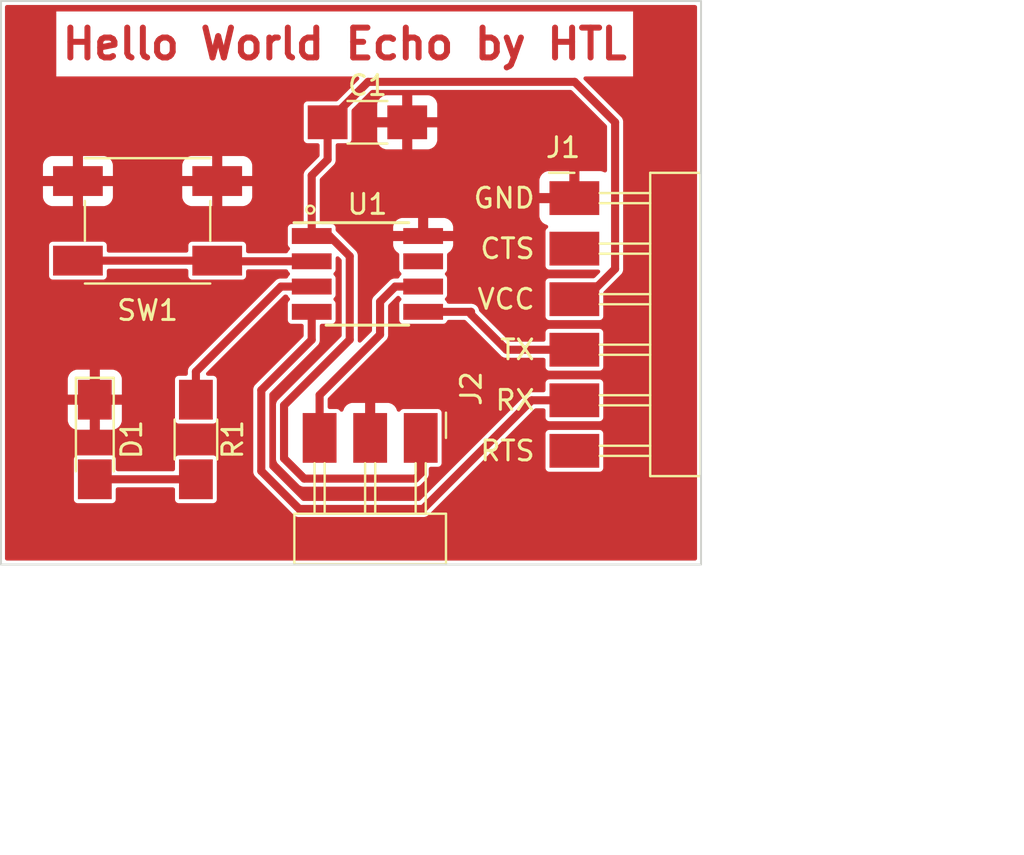
<source format=kicad_pcb>
(kicad_pcb (version 20211014) (generator pcbnew)
  (layers (0 "F.Cu" signal) (31 "B.Cu" signal) (34 "B.Paste" user) (35 "F.Paste" user) (36 "B.SilkS" user "B.Silkscreen") (37 "F.SilkS" user "F.Silkscreen") (38 "B.Mask" user) (39 "F.Mask" user) (44 "Edge.Cuts" user))
  (net 0 "")
  (net 1 "GND")
  (net 2 "VCC")
  (net 3 "Net-(D1-Pad2)")
  (net 5 "Net-(J1-Pad4)")
  (net 6 "Net-(J1-Pad5)")
  (net 8 "Net-(J2-Pad3)")
  (net 9 "Net-(R1-Pad1)")
  (net 10 "Net-(SW1-Pad1)")
  (footprint "fab:R_1206" (layer "F.Cu") (at 95.52 69.28 -90)
    (fp_text reference "R1" (at 0 -1.85 90) (layer "F.SilkS"))
    (fp_text value "1k")
    (fp_line (start -1 -1.07) (end 1 -1.07) (layer "F.SilkS") (width 0.12))
    (fp_line (start 1 1.07) (end -1 1.07) (layer "F.SilkS") (width 0.12))
    (pad "1" smd rect locked (at -2 0 270) (size 2 1.7) (layers "F.Cu" "F.Paste" "F.Mask") (net 9 "Net-(R1-Pad1)"))
    (pad "2" smd rect locked (at 2 0 270) (size 2 1.7) (layers "F.Cu" "F.Paste" "F.Mask") (net 3 "Net-(D1-Pad2)"))
  )
  (footprint "fab:LED_1206" (layer "F.Cu") (at 90.44 69.28 -90)
    (fp_text reference "D1" (at 0 -1.85 90) (layer "F.SilkS"))
    (fp_text value "LED")
    (fp_line (start -3.1 -0.95) (end -3.1 0.95) (layer "F.SilkS") (width 0.12))
    (fp_line (start -3.1 0.95) (end 1.6 0.95) (layer "F.SilkS") (width 0.12))
    (fp_line (start -3.1 -0.95) (end 1.6 -0.95) (layer "F.SilkS") (width 0.12))
    (pad "1" smd rect locked (at -2 0 270) (size 2 1.7) (layers "F.Cu" "F.Paste" "F.Mask") (net 1 "GND"))
    (pad "2" smd rect locked (at 2 0 270) (size 2 1.7) (layers "F.Cu" "F.Paste" "F.Mask") (net 3 "Net-(D1-Pad2)"))
  )
  (footprint "fab:SOIC-8_3.9x4.9mm_P1.27mm" (layer "F.Cu") (at 104.14 60.96)
    (fp_text reference "U1" (at 0 -3.5) (layer "F.SilkS"))
    (fp_text value "Microcontroller_ATtiny412_SSFR")
    (fp_line (start -2.075 2.575) (end 2.075 2.575) (layer "F.SilkS") (width 0.15))
    (fp_line (start -3.69 -2.575) (end 2.075 -2.575) (layer "F.SilkS") (width 0.15))
    (fp_circle (center -2.87 -3.23) (end -2.67 -3.23) (layer "F.SilkS") (width 0.12) (fill none))
    (pad "1" smd rect locked (at -2.8 -1.905) (size 2 0.8) (layers "F.Cu" "F.Paste" "F.Mask") (net 2 "VCC"))
    (pad "2" smd rect locked (at -2.8 -0.635) (size 2 0.8) (layers "F.Cu" "F.Paste" "F.Mask") (net 10 "Net-(SW1-Pad1)"))
    (pad "3" smd rect locked (at -2.8 0.635) (size 2 0.8) (layers "F.Cu" "F.Paste" "F.Mask") (net 9 "Net-(R1-Pad1)"))
    (pad "4" smd rect locked (at -2.8 1.905) (size 2 0.8) (layers "F.Cu" "F.Paste" "F.Mask") (net 6 "Net-(J1-Pad5)"))
    (pad "5" smd rect locked (at 2.8 1.905) (size 2 0.8) (layers "F.Cu" "F.Paste" "F.Mask") (net 5 "Net-(J1-Pad4)"))
    (pad "6" smd rect locked (at 2.8 0.635) (size 2 0.8) (layers "F.Cu" "F.Paste" "F.Mask") (net 8 "Net-(J2-Pad3)"))
    (pad "7" smd rect locked (at 2.8 -0.635) (size 2 0.8) (layers "F.Cu" "F.Paste" "F.Mask"))
    (pad "8" smd rect locked (at 2.8 -1.905) (size 2 0.8) (layers "F.Cu" "F.Paste" "F.Mask") (net 1 "GND"))
  )
  (footprint "fab:C_1206" (layer "F.Cu") (at 104.14 53.34)
    (fp_text reference "C1" (at 0 -1.85) (layer "F.SilkS"))
    (fp_text value "1uF")
    (fp_line (start 1 1.07) (end -1 1.07) (layer "F.SilkS") (width 0.12))
    (fp_line (start -1 -1.07) (end 1 -1.07) (layer "F.SilkS") (width 0.12))
    (pad "1" smd rect locked (at -2 0) (size 2 1.7) (layers "F.Cu" "F.Paste" "F.Mask") (net 2 "VCC"))
    (pad "2" smd rect locked (at 2 0) (size 2 1.7) (layers "F.Cu" "F.Paste" "F.Mask") (net 1 "GND"))
  )
  (footprint "fab:Button_Omron_B3SN_6x6mm" (layer "F.Cu") (at 93.091 58.293 180)
    (fp_text reference "SW1" (at 0 -4.5) (layer "F.SilkS"))
    (fp_text value "BUTTON_B3SN")
    (fp_line (start -3.15 -3.15) (end 3.15 -3.15) (layer "F.SilkS") (width 0.12))
    (fp_line (start 3.15 -1) (end 3.15 1) (layer "F.SilkS") (width 0.12))
    (fp_line (start -3.15 1) (end -3.15 -1) (layer "F.SilkS") (width 0.12))
    (fp_line (start 3.15 3.15) (end -3.15 3.15) (layer "F.SilkS") (width 0.12))
    (pad "1" smd rect locked (at 3.5 -2 180) (size 2.5 1.5) (layers "F.Cu" "F.Paste" "F.Mask") (net 10 "Net-(SW1-Pad1)"))
    (pad "1" smd rect locked (at -3.5 -2 180) (size 2.5 1.5) (layers "F.Cu" "F.Paste" "F.Mask") (net 10 "Net-(SW1-Pad1)"))
    (pad "2" smd rect locked (at -3.5 2 180) (size 2.5 1.5) (layers "F.Cu" "F.Paste" "F.Mask") (net 1 "GND"))
    (pad "2" smd rect locked (at 3.5 2 180) (size 2.5 1.5) (layers "F.Cu" "F.Paste" "F.Mask") (net 1 "GND"))
  )
  (footprint "fab:PinHeader_FTDI_01x06_P2.54mm_Horizontal_SMD" (layer "F.Cu") (at 114.54 57.15)
    (fp_text reference "J1" (at -1.524 -2.54 180) (layer "F.SilkS") (effects (justify left)))
    (fp_text value "Conn_PinHeader_FTDI_1x06_P2.54mm_Horizontal_SMD")
    (fp_text user "RX" (at -1.905 10.16) (layer "F.SilkS") (effects (justify right)))
    (fp_text user "GND" (at -1.905 0) (layer "F.SilkS") (effects (justify right)))
    (fp_text user "RTS" (at -1.905 12.7) (layer "F.SilkS") (effects (justify right)))
    (fp_text user "TX" (at -1.905 7.62) (layer "F.SilkS") (effects (justify right)))
    (fp_text user "VCC" (at -1.905 5.08) (layer "F.SilkS") (effects (justify right)))
    (fp_text user "CTS" (at -1.905 2.54) (layer "F.SilkS") (effects (justify right)))
    (fp_line (start 3.81 -0.254) (end 1.27 -0.254) (layer "F.SilkS") (width 0.12))
    (fp_line (start 3.81 5.334) (end 1.27 5.334) (layer "F.SilkS") (width 0.12))
    (fp_line (start 3.81 9.906) (end 1.27 9.906) (layer "F.SilkS") (width 0.12))
    (fp_line (start 3.81 12.446) (end 1.27 12.446) (layer "F.SilkS") (width 0.12))
    (fp_line (start 3.81 12.954) (end 1.27 12.954) (layer "F.SilkS") (width 0.12))
    (fp_line (start 3.81 -1.27) (end 6.35 -1.27) (layer "F.SilkS") (width 0.12))
    (fp_line (start -1.27 -1.27) (end 0 -1.27) (layer "F.SilkS") (width 0.12))
    (fp_line (start 3.81 7.366) (end 1.27 7.366) (layer "F.SilkS") (width 0.12))
    (fp_line (start 6.35 13.97) (end 3.81 13.97) (layer "F.SilkS") (width 0.12))
    (fp_line (start 3.81 13.97) (end 3.81 -1.27) (layer "F.SilkS") (width 0.12))
    (fp_line (start 3.81 0.254) (end 1.27 0.254) (layer "F.SilkS") (width 0.12))
    (fp_line (start 3.81 4.826) (end 1.27 4.826) (layer "F.SilkS") (width 0.12))
    (fp_line (start 3.81 2.286) (end 1.27 2.286) (layer "F.SilkS") (width 0.12))
    (fp_line (start 3.81 2.794) (end 1.27 2.794) (layer "F.SilkS") (width 0.12))
    (fp_line (start 3.81 7.874) (end 1.27 7.874) (layer "F.SilkS") (width 0.12))
    (fp_line (start 3.81 10.414) (end 1.27 10.414) (layer "F.SilkS") (width 0.12))
    (fp_line (start 6.35 -1.27) (end 6.35 13.97) (layer "F.SilkS") (width 0.12))
    (pad "1" smd rect locked (at 0 0) (size 2.5 1.7) (layers "F.Cu" "F.Paste" "F.Mask") (net 1 "GND"))
    (pad "2" smd rect locked (at 0 2.54) (size 2.5 1.7) (layers "F.Cu" "F.Paste" "F.Mask"))
    (pad "3" smd rect locked (at 0 5.08) (size 2.5 1.7) (layers "F.Cu" "F.Paste" "F.Mask") (net 2 "VCC"))
    (pad "4" smd rect locked (at 0 7.62) (size 2.5 1.7) (layers "F.Cu" "F.Paste" "F.Mask") (net 5 "Net-(J1-Pad4)"))
    (pad "5" smd rect locked (at 0 10.16) (size 2.5 1.7) (layers "F.Cu" "F.Paste" "F.Mask") (net 6 "Net-(J1-Pad5)"))
    (pad "6" smd rect locked (at 0 12.7) (size 2.5 1.7) (layers "F.Cu" "F.Paste" "F.Mask"))
  )
  (footprint "fab:PinHeader_1x03_P2.54mm_Horizontal_SMD" (layer "F.Cu") (at 106.817 69.201 -90)
    (fp_text reference "J2" (at -1.524 -2.54 90) (layer "F.SilkS") (effects (justify left)))
    (fp_text value "Conn_PinHeader_1x03_P2.54mm_Horizontal_SMD")
    (fp_line (start 3.81 2.286) (end 1.27 2.286) (layer "F.SilkS") (width 0.12))
    (fp_line (start 3.81 6.35) (end 3.81 -1.27) (layer "F.SilkS") (width 0.12))
    (fp_line (start 6.35 6.35) (end 3.81 6.35) (layer "F.SilkS") (width 0.12))
    (fp_line (start 3.81 -1.27) (end 6.35 -1.27) (layer "F.SilkS") (width 0.12))
    (fp_line (start 3.81 4.826) (end 1.27 4.826) (layer "F.SilkS") (width 0.12))
    (fp_line (start 6.35 -1.27) (end 6.35 6.35) (layer "F.SilkS") (width 0.12))
    (fp_line (start 3.81 5.334) (end 1.27 5.334) (layer "F.SilkS") (width 0.12))
    (fp_line (start 3.81 2.794) (end 1.27 2.794) (layer "F.SilkS") (width 0.12))
    (fp_line (start -1.27 -1.27) (end 0 -1.27) (layer "F.SilkS") (width 0.12))
    (fp_line (start 3.81 0.254) (end 1.27 0.254) (layer "F.SilkS") (width 0.12))
    (fp_line (start 3.81 -0.254) (end 1.27 -0.254) (layer "F.SilkS") (width 0.12))
    (pad "1" smd rect locked (at 0 0 270) (size 2.5 1.7) (layers "F.Cu" "F.Paste" "F.Mask") (net 2 "VCC"))
    (pad "2" smd rect locked (at 0 2.54 270) (size 2.5 1.7) (layers "F.Cu" "F.Paste" "F.Mask") (net 1 "GND"))
    (pad "3" smd rect locked (at 0 5.08 270) (size 2.5 1.7) (layers "F.Cu" "F.Paste" "F.Mask") (net 8 "Net-(J2-Pad3)"))
  )
  (gr_rect (start 120.904 75.565) (end 85.725 47.244) (layer "Edge.Cuts") (width 0.1) (fill none))
  (gr_text "Hello World Echo by HTL" (at 102.997 49.403) (layer "F.Cu") (effects (font (size 1.5 1.5) (thickness 0.3))))
  (segment (start 104.172 51.308) (end 114.554 51.308) (width 0.4064) (layer "F.Cu") (net 2))
  (segment (start 115.062 62.23) (end 114.54 62.23) (width 0.4064) (layer "F.Cu") (net 2))
  (segment (start 101.34 56.013) (end 102.14 55.213) (width 0.4064) (layer "F.Cu") (net 2))
  (segment (start 102.14 55.213) (end 102.14 53.34) (width 0.4064) (layer "F.Cu") (net 2))
  (segment (start 102.14 53.34) (end 104.172 51.308) (width 0.4064) (layer "F.Cu") (net 2))
  (segment (start 100.965 71.247) (end 99.949 70.231) (width 0.4064) (layer "F.Cu") (net 2))
  (segment (start 114.554 51.308) (end 116.586 53.34) (width 0.4064) (layer "F.Cu") (net 2))
  (segment (start 116.586 60.706) (end 115.062 62.23) (width 0.4064) (layer "F.Cu") (net 2))
  (segment (start 101.34 59.055) (end 101.34 56.013) (width 0.4064) (layer "F.Cu") (net 2))
  (segment (start 106.817 70.983) (end 106.553 71.247) (width 0.4064) (layer "F.Cu") (net 2))
  (segment (start 99.949 70.231) (end 99.949 67.564) (width 0.4064) (layer "F.Cu") (net 2))
  (segment (start 103.251 64.262) (end 103.251 60.071) (width 0.4064) (layer "F.Cu") (net 2))
  (segment (start 106.817 69.201) (end 106.817 70.983) (width 0.4064) (layer "F.Cu") (net 2))
  (segment (start 106.553 71.247) (end 100.965 71.247) (width 0.4064) (layer "F.Cu") (net 2))
  (segment (start 103.251 60.071) (end 102.235 59.055) (width 0.4064) (layer "F.Cu") (net 2))
  (segment (start 102.235 59.055) (end 101.34 59.055) (width 0.4064) (layer "F.Cu") (net 2))
  (segment (start 99.949 67.564) (end 103.251 64.262) (width 0.4064) (layer "F.Cu") (net 2))
  (segment (start 116.586 53.34) (end 116.586 60.706) (width 0.4064) (layer "F.Cu") (net 2))
  (segment (start 90.44 71.28) (end 95.52 71.28) (width 0.4064) (layer "F.Cu") (net 3))
  (segment (start 114.54 64.77) (end 111.125 64.77) (width 0.4064) (layer "F.Cu") (net 5))
  (segment (start 111.125 64.77) (end 109.347 62.992) (width 0.4064) (layer "F.Cu") (net 5))
  (segment (start 109.347 62.992) (end 109.347 62.865) (width 0.4064) (layer "F.Cu") (net 5))
  (segment (start 109.347 62.865) (end 106.94 62.865) (width 0.4064) (layer "F.Cu") (net 5))
  (segment (start 106.934 72.771) (end 112.395 67.31) (width 0.4064) (layer "F.Cu") (net 6))
  (segment (start 98.806 66.802) (end 98.806 70.866) (width 0.4064) (layer "F.Cu") (net 6))
  (segment (start 98.806 70.866) (end 100.711 72.771) (width 0.4064) (layer "F.Cu") (net 6))
  (segment (start 101.34 64.268) (end 98.806 66.802) (width 0.4064) (layer "F.Cu") (net 6))
  (segment (start 112.395 67.31) (end 114.54 67.31) (width 0.4064) (layer "F.Cu") (net 6))
  (segment (start 100.711 72.771) (end 106.934 72.771) (width 0.4064) (layer "F.Cu") (net 6))
  (segment (start 101.34 62.865) (end 101.34 64.268) (width 0.4064) (layer "F.Cu") (net 6))
  (segment (start 105.537 61.595) (end 104.775 62.357) (width 0.4064) (layer "F.Cu") (net 8))
  (segment (start 104.775 64.008) (end 101.737 67.046) (width 0.4064) (layer "F.Cu") (net 8))
  (segment (start 101.737 67.046) (end 101.737 69.201) (width 0.4064) (layer "F.Cu") (net 8))
  (segment (start 106.94 61.595) (end 105.537 61.595) (width 0.4064) (layer "F.Cu") (net 8))
  (segment (start 104.775 62.357) (end 104.775 64.008) (width 0.4064) (layer "F.Cu") (net 8))
  (segment (start 95.52 65.8736) (end 99.7986 61.595) (width 0.4064) (layer "F.Cu") (net 9))
  (segment (start 99.7986 61.595) (end 101.34 61.595) (width 0.4064) (layer "F.Cu") (net 9))
  (segment (start 95.52 67.28) (end 95.52 65.8736) (width 0.4064) (layer "F.Cu") (net 9))
  (segment (start 96.591 60.293) (end 89.591 60.293) (width 0.4064) (layer "F.Cu") (net 10))
  (segment (start 96.623 60.325) (end 96.591 60.293) (width 0.4064) (layer "F.Cu") (net 10))
  (segment (start 101.34 60.325) (end 96.623 60.325) (width 0.4064) (layer "F.Cu") (net 10))
  (zone (net 1) (net_name "GND") (layer "F.Cu") (connect_pads (clearance 0.2)) (min_thickness 0.2) (fill yes (thermal_gap 0.508) (thermal_bridge_width 0.508))
    (polygon (pts (xy 120.904 75.565) (xy 85.725 75.565) (xy 85.725 47.244) (xy 120.904 47.244)))
  )
)
</source>
